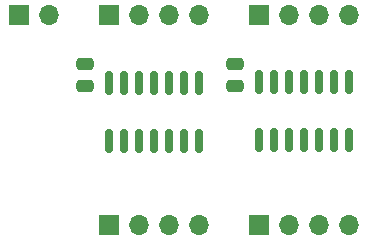
<source format=gbr>
%TF.GenerationSoftware,KiCad,Pcbnew,(6.0.0-0)*%
%TF.CreationDate,2022-07-05T22:52:54-04:00*%
%TF.ProjectId,IO-VGA-nand-gates,494f2d56-4741-42d6-9e61-6e642d676174,rev?*%
%TF.SameCoordinates,Original*%
%TF.FileFunction,Soldermask,Top*%
%TF.FilePolarity,Negative*%
%FSLAX46Y46*%
G04 Gerber Fmt 4.6, Leading zero omitted, Abs format (unit mm)*
G04 Created by KiCad (PCBNEW (6.0.0-0)) date 2022-07-05 22:52:54*
%MOMM*%
%LPD*%
G01*
G04 APERTURE LIST*
G04 Aperture macros list*
%AMRoundRect*
0 Rectangle with rounded corners*
0 $1 Rounding radius*
0 $2 $3 $4 $5 $6 $7 $8 $9 X,Y pos of 4 corners*
0 Add a 4 corners polygon primitive as box body*
4,1,4,$2,$3,$4,$5,$6,$7,$8,$9,$2,$3,0*
0 Add four circle primitives for the rounded corners*
1,1,$1+$1,$2,$3*
1,1,$1+$1,$4,$5*
1,1,$1+$1,$6,$7*
1,1,$1+$1,$8,$9*
0 Add four rect primitives between the rounded corners*
20,1,$1+$1,$2,$3,$4,$5,0*
20,1,$1+$1,$4,$5,$6,$7,0*
20,1,$1+$1,$6,$7,$8,$9,0*
20,1,$1+$1,$8,$9,$2,$3,0*%
G04 Aperture macros list end*
%ADD10R,1.700000X1.700000*%
%ADD11O,1.700000X1.700000*%
%ADD12RoundRect,0.150000X0.150000X-0.825000X0.150000X0.825000X-0.150000X0.825000X-0.150000X-0.825000X0*%
%ADD13RoundRect,0.250000X-0.475000X0.250000X-0.475000X-0.250000X0.475000X-0.250000X0.475000X0.250000X0*%
G04 APERTURE END LIST*
D10*
%TO.C,J5*%
X137414000Y-83312000D03*
D11*
X139954000Y-83312000D03*
X142494000Y-83312000D03*
X145034000Y-83312000D03*
%TD*%
D10*
%TO.C,J2*%
X129794000Y-83312000D03*
D11*
X132334000Y-83312000D03*
%TD*%
D10*
%TO.C,J4*%
X150114000Y-83312000D03*
D11*
X152654000Y-83312000D03*
X155194000Y-83312000D03*
X157734000Y-83312000D03*
%TD*%
D10*
%TO.C,J3*%
X150114000Y-101092000D03*
D11*
X152654000Y-101092000D03*
X155194000Y-101092000D03*
X157734000Y-101092000D03*
%TD*%
D12*
%TO.C,U2*%
X150114000Y-93915000D03*
X151384000Y-93915000D03*
X152654000Y-93915000D03*
X153924000Y-93915000D03*
X155194000Y-93915000D03*
X156464000Y-93915000D03*
X157734000Y-93915000D03*
X157734000Y-88965000D03*
X156464000Y-88965000D03*
X155194000Y-88965000D03*
X153924000Y-88965000D03*
X152654000Y-88965000D03*
X151384000Y-88965000D03*
X150114000Y-88965000D03*
%TD*%
D13*
%TO.C,C2*%
X148082000Y-87442000D03*
X148082000Y-89342000D03*
%TD*%
D12*
%TO.C,U1*%
X137414000Y-93981000D03*
X138684000Y-93981000D03*
X139954000Y-93981000D03*
X141224000Y-93981000D03*
X142494000Y-93981000D03*
X143764000Y-93981000D03*
X145034000Y-93981000D03*
X145034000Y-89031000D03*
X143764000Y-89031000D03*
X142494000Y-89031000D03*
X141224000Y-89031000D03*
X139954000Y-89031000D03*
X138684000Y-89031000D03*
X137414000Y-89031000D03*
%TD*%
D13*
%TO.C,C1*%
X135382000Y-87442000D03*
X135382000Y-89342000D03*
%TD*%
D10*
%TO.C,J1*%
X137434000Y-101092000D03*
D11*
X139974000Y-101092000D03*
X142514000Y-101092000D03*
X145054000Y-101092000D03*
%TD*%
M02*

</source>
